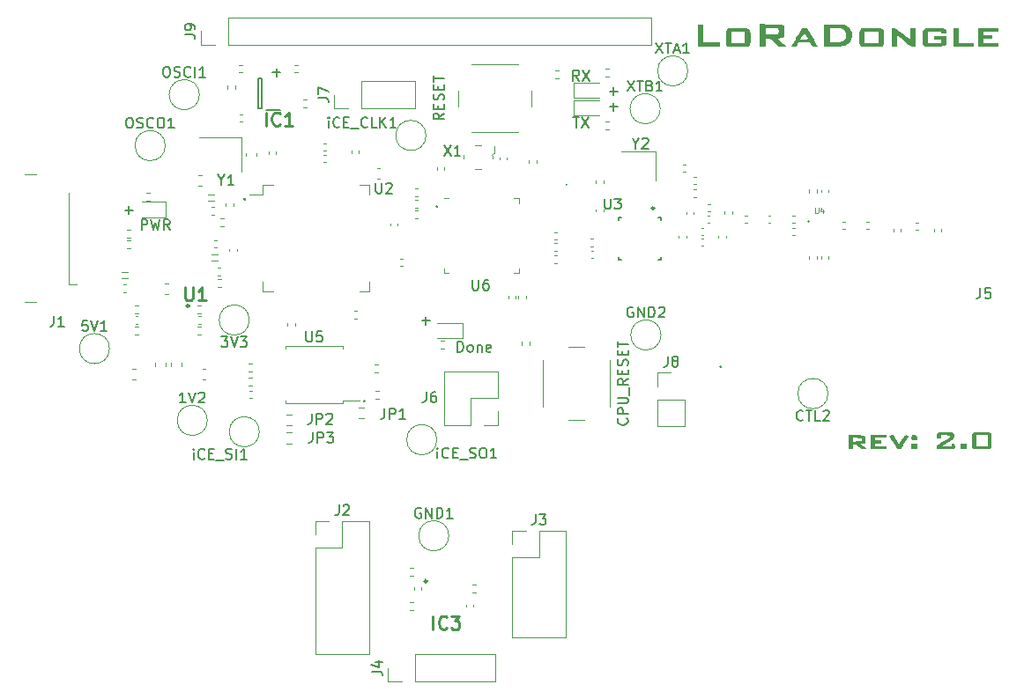
<source format=gto>
G04 #@! TF.GenerationSoftware,KiCad,Pcbnew,6.0.7*
G04 #@! TF.CreationDate,2022-07-31T19:24:19+02:00*
G04 #@! TF.ProjectId,LoRaDongle_iCE40,4c6f5261-446f-46e6-976c-655f69434534,1.0*
G04 #@! TF.SameCoordinates,Original*
G04 #@! TF.FileFunction,Legend,Top*
G04 #@! TF.FilePolarity,Positive*
%FSLAX46Y46*%
G04 Gerber Fmt 4.6, Leading zero omitted, Abs format (unit mm)*
G04 Created by KiCad (PCBNEW 6.0.7) date 2022-07-31 19:24:19*
%MOMM*%
%LPD*%
G01*
G04 APERTURE LIST*
%ADD10C,0.150000*%
%ADD11C,0.124670*%
%ADD12C,0.254000*%
%ADD13C,0.120000*%
%ADD14C,0.100000*%
%ADD15C,0.250000*%
%ADD16C,0.200000*%
G04 APERTURE END LIST*
D10*
X111126666Y-96682380D02*
X111126666Y-95682380D01*
X111507619Y-95682380D01*
X111602857Y-95730000D01*
X111650476Y-95777619D01*
X111698095Y-95872857D01*
X111698095Y-96015714D01*
X111650476Y-96110952D01*
X111602857Y-96158571D01*
X111507619Y-96206190D01*
X111126666Y-96206190D01*
X112031428Y-95682380D02*
X112269523Y-96682380D01*
X112460000Y-95968095D01*
X112650476Y-96682380D01*
X112888571Y-95682380D01*
X113840952Y-96682380D02*
X113507619Y-96206190D01*
X113269523Y-96682380D02*
X113269523Y-95682380D01*
X113650476Y-95682380D01*
X113745714Y-95730000D01*
X113793333Y-95777619D01*
X113840952Y-95872857D01*
X113840952Y-96015714D01*
X113793333Y-96110952D01*
X113745714Y-96158571D01*
X113650476Y-96206190D01*
X113269523Y-96206190D01*
X156104047Y-84841428D02*
X156865952Y-84841428D01*
X156485000Y-85222380D02*
X156485000Y-84460476D01*
X140162380Y-85462380D02*
X139686190Y-85795714D01*
X140162380Y-86033809D02*
X139162380Y-86033809D01*
X139162380Y-85652857D01*
X139210000Y-85557619D01*
X139257619Y-85510000D01*
X139352857Y-85462380D01*
X139495714Y-85462380D01*
X139590952Y-85510000D01*
X139638571Y-85557619D01*
X139686190Y-85652857D01*
X139686190Y-86033809D01*
X139638571Y-85033809D02*
X139638571Y-84700476D01*
X140162380Y-84557619D02*
X140162380Y-85033809D01*
X139162380Y-85033809D01*
X139162380Y-84557619D01*
X140114761Y-84176666D02*
X140162380Y-84033809D01*
X140162380Y-83795714D01*
X140114761Y-83700476D01*
X140067142Y-83652857D01*
X139971904Y-83605238D01*
X139876666Y-83605238D01*
X139781428Y-83652857D01*
X139733809Y-83700476D01*
X139686190Y-83795714D01*
X139638571Y-83986190D01*
X139590952Y-84081428D01*
X139543333Y-84129047D01*
X139448095Y-84176666D01*
X139352857Y-84176666D01*
X139257619Y-84129047D01*
X139210000Y-84081428D01*
X139162380Y-83986190D01*
X139162380Y-83748095D01*
X139210000Y-83605238D01*
X139638571Y-83176666D02*
X139638571Y-82843333D01*
X140162380Y-82700476D02*
X140162380Y-83176666D01*
X139162380Y-83176666D01*
X139162380Y-82700476D01*
X139162380Y-82414761D02*
X139162380Y-81843333D01*
X140162380Y-82129047D02*
X139162380Y-82129047D01*
X157757142Y-114817142D02*
X157804761Y-114864761D01*
X157852380Y-115007619D01*
X157852380Y-115102857D01*
X157804761Y-115245714D01*
X157709523Y-115340952D01*
X157614285Y-115388571D01*
X157423809Y-115436190D01*
X157280952Y-115436190D01*
X157090476Y-115388571D01*
X156995238Y-115340952D01*
X156900000Y-115245714D01*
X156852380Y-115102857D01*
X156852380Y-115007619D01*
X156900000Y-114864761D01*
X156947619Y-114817142D01*
X157852380Y-114388571D02*
X156852380Y-114388571D01*
X156852380Y-114007619D01*
X156900000Y-113912380D01*
X156947619Y-113864761D01*
X157042857Y-113817142D01*
X157185714Y-113817142D01*
X157280952Y-113864761D01*
X157328571Y-113912380D01*
X157376190Y-114007619D01*
X157376190Y-114388571D01*
X156852380Y-113388571D02*
X157661904Y-113388571D01*
X157757142Y-113340952D01*
X157804761Y-113293333D01*
X157852380Y-113198095D01*
X157852380Y-113007619D01*
X157804761Y-112912380D01*
X157757142Y-112864761D01*
X157661904Y-112817142D01*
X156852380Y-112817142D01*
X157947619Y-112579047D02*
X157947619Y-111817142D01*
X157852380Y-111007619D02*
X157376190Y-111340952D01*
X157852380Y-111579047D02*
X156852380Y-111579047D01*
X156852380Y-111198095D01*
X156900000Y-111102857D01*
X156947619Y-111055238D01*
X157042857Y-111007619D01*
X157185714Y-111007619D01*
X157280952Y-111055238D01*
X157328571Y-111102857D01*
X157376190Y-111198095D01*
X157376190Y-111579047D01*
X157328571Y-110579047D02*
X157328571Y-110245714D01*
X157852380Y-110102857D02*
X157852380Y-110579047D01*
X156852380Y-110579047D01*
X156852380Y-110102857D01*
X157804761Y-109721904D02*
X157852380Y-109579047D01*
X157852380Y-109340952D01*
X157804761Y-109245714D01*
X157757142Y-109198095D01*
X157661904Y-109150476D01*
X157566666Y-109150476D01*
X157471428Y-109198095D01*
X157423809Y-109245714D01*
X157376190Y-109340952D01*
X157328571Y-109531428D01*
X157280952Y-109626666D01*
X157233333Y-109674285D01*
X157138095Y-109721904D01*
X157042857Y-109721904D01*
X156947619Y-109674285D01*
X156900000Y-109626666D01*
X156852380Y-109531428D01*
X156852380Y-109293333D01*
X156900000Y-109150476D01*
X157328571Y-108721904D02*
X157328571Y-108388571D01*
X157852380Y-108245714D02*
X157852380Y-108721904D01*
X156852380Y-108721904D01*
X156852380Y-108245714D01*
X156852380Y-107960000D02*
X156852380Y-107388571D01*
X157852380Y-107674285D02*
X156852380Y-107674285D01*
X132520000Y-113077142D02*
X132567619Y-113124761D01*
X132520000Y-113172380D01*
X132472380Y-113124761D01*
X132520000Y-113077142D01*
X132520000Y-113172380D01*
X156104047Y-83341428D02*
X156865952Y-83341428D01*
X156485000Y-83722380D02*
X156485000Y-82960476D01*
X138054047Y-105416428D02*
X138815952Y-105416428D01*
X138435000Y-105797380D02*
X138435000Y-105035476D01*
X139500000Y-94357142D02*
X139547619Y-94404761D01*
X139500000Y-94452380D01*
X139452380Y-94404761D01*
X139500000Y-94357142D01*
X139500000Y-94452380D01*
X121030000Y-93667142D02*
X121077619Y-93714761D01*
X121030000Y-93762380D01*
X120982380Y-93714761D01*
X121030000Y-93667142D01*
X121030000Y-93762380D01*
X109519047Y-94771428D02*
X110280952Y-94771428D01*
X109900000Y-95152380D02*
X109900000Y-94390476D01*
X166750000Y-109757142D02*
X166797619Y-109804761D01*
X166750000Y-109852380D01*
X166702380Y-109804761D01*
X166750000Y-109757142D01*
X166750000Y-109852380D01*
X123719047Y-81521428D02*
X124480952Y-81521428D01*
X124100000Y-81902380D02*
X124100000Y-81140476D01*
X174677619Y-114935142D02*
X174630000Y-114982761D01*
X174487142Y-115030380D01*
X174391904Y-115030380D01*
X174249047Y-114982761D01*
X174153809Y-114887523D01*
X174106190Y-114792285D01*
X174058571Y-114601809D01*
X174058571Y-114458952D01*
X174106190Y-114268476D01*
X174153809Y-114173238D01*
X174249047Y-114078000D01*
X174391904Y-114030380D01*
X174487142Y-114030380D01*
X174630000Y-114078000D01*
X174677619Y-114125619D01*
X174963333Y-114030380D02*
X175534761Y-114030380D01*
X175249047Y-115030380D02*
X175249047Y-114030380D01*
X176344285Y-115030380D02*
X175868095Y-115030380D01*
X175868095Y-114030380D01*
X176630000Y-114125619D02*
X176677619Y-114078000D01*
X176772857Y-114030380D01*
X177010952Y-114030380D01*
X177106190Y-114078000D01*
X177153809Y-114125619D01*
X177201428Y-114220857D01*
X177201428Y-114316095D01*
X177153809Y-114458952D01*
X176582380Y-115030380D01*
X177201428Y-115030380D01*
X139560476Y-118642380D02*
X139560476Y-117975714D01*
X139560476Y-117642380D02*
X139512857Y-117690000D01*
X139560476Y-117737619D01*
X139608095Y-117690000D01*
X139560476Y-117642380D01*
X139560476Y-117737619D01*
X140608095Y-118547142D02*
X140560476Y-118594761D01*
X140417619Y-118642380D01*
X140322380Y-118642380D01*
X140179523Y-118594761D01*
X140084285Y-118499523D01*
X140036666Y-118404285D01*
X139989047Y-118213809D01*
X139989047Y-118070952D01*
X140036666Y-117880476D01*
X140084285Y-117785238D01*
X140179523Y-117690000D01*
X140322380Y-117642380D01*
X140417619Y-117642380D01*
X140560476Y-117690000D01*
X140608095Y-117737619D01*
X141036666Y-118118571D02*
X141370000Y-118118571D01*
X141512857Y-118642380D02*
X141036666Y-118642380D01*
X141036666Y-117642380D01*
X141512857Y-117642380D01*
X141703333Y-118737619D02*
X142465238Y-118737619D01*
X142655714Y-118594761D02*
X142798571Y-118642380D01*
X143036666Y-118642380D01*
X143131904Y-118594761D01*
X143179523Y-118547142D01*
X143227142Y-118451904D01*
X143227142Y-118356666D01*
X143179523Y-118261428D01*
X143131904Y-118213809D01*
X143036666Y-118166190D01*
X142846190Y-118118571D01*
X142750952Y-118070952D01*
X142703333Y-118023333D01*
X142655714Y-117928095D01*
X142655714Y-117832857D01*
X142703333Y-117737619D01*
X142750952Y-117690000D01*
X142846190Y-117642380D01*
X143084285Y-117642380D01*
X143227142Y-117690000D01*
X143846190Y-117642380D02*
X144036666Y-117642380D01*
X144131904Y-117690000D01*
X144227142Y-117785238D01*
X144274761Y-117975714D01*
X144274761Y-118309047D01*
X144227142Y-118499523D01*
X144131904Y-118594761D01*
X144036666Y-118642380D01*
X143846190Y-118642380D01*
X143750952Y-118594761D01*
X143655714Y-118499523D01*
X143608095Y-118309047D01*
X143608095Y-117975714D01*
X143655714Y-117785238D01*
X143750952Y-117690000D01*
X143846190Y-117642380D01*
X145227142Y-118642380D02*
X144655714Y-118642380D01*
X144941428Y-118642380D02*
X144941428Y-117642380D01*
X144846190Y-117785238D01*
X144750952Y-117880476D01*
X144655714Y-117928095D01*
X116136190Y-118732380D02*
X116136190Y-118065714D01*
X116136190Y-117732380D02*
X116088571Y-117780000D01*
X116136190Y-117827619D01*
X116183809Y-117780000D01*
X116136190Y-117732380D01*
X116136190Y-117827619D01*
X117183809Y-118637142D02*
X117136190Y-118684761D01*
X116993333Y-118732380D01*
X116898095Y-118732380D01*
X116755238Y-118684761D01*
X116660000Y-118589523D01*
X116612380Y-118494285D01*
X116564761Y-118303809D01*
X116564761Y-118160952D01*
X116612380Y-117970476D01*
X116660000Y-117875238D01*
X116755238Y-117780000D01*
X116898095Y-117732380D01*
X116993333Y-117732380D01*
X117136190Y-117780000D01*
X117183809Y-117827619D01*
X117612380Y-118208571D02*
X117945714Y-118208571D01*
X118088571Y-118732380D02*
X117612380Y-118732380D01*
X117612380Y-117732380D01*
X118088571Y-117732380D01*
X118279047Y-118827619D02*
X119040952Y-118827619D01*
X119231428Y-118684761D02*
X119374285Y-118732380D01*
X119612380Y-118732380D01*
X119707619Y-118684761D01*
X119755238Y-118637142D01*
X119802857Y-118541904D01*
X119802857Y-118446666D01*
X119755238Y-118351428D01*
X119707619Y-118303809D01*
X119612380Y-118256190D01*
X119421904Y-118208571D01*
X119326666Y-118160952D01*
X119279047Y-118113333D01*
X119231428Y-118018095D01*
X119231428Y-117922857D01*
X119279047Y-117827619D01*
X119326666Y-117780000D01*
X119421904Y-117732380D01*
X119660000Y-117732380D01*
X119802857Y-117780000D01*
X120231428Y-118732380D02*
X120231428Y-117732380D01*
X121231428Y-118732380D02*
X120660000Y-118732380D01*
X120945714Y-118732380D02*
X120945714Y-117732380D01*
X120850476Y-117875238D01*
X120755238Y-117970476D01*
X120660000Y-118018095D01*
X115380952Y-113304380D02*
X114809523Y-113304380D01*
X115095238Y-113304380D02*
X115095238Y-112304380D01*
X115000000Y-112447238D01*
X114904761Y-112542476D01*
X114809523Y-112590095D01*
X115666666Y-112304380D02*
X116000000Y-113304380D01*
X116333333Y-112304380D01*
X116619047Y-112399619D02*
X116666666Y-112352000D01*
X116761904Y-112304380D01*
X117000000Y-112304380D01*
X117095238Y-112352000D01*
X117142857Y-112399619D01*
X117190476Y-112494857D01*
X117190476Y-112590095D01*
X117142857Y-112732952D01*
X116571428Y-113304380D01*
X117190476Y-113304380D01*
X158341904Y-104142000D02*
X158246666Y-104094380D01*
X158103809Y-104094380D01*
X157960952Y-104142000D01*
X157865714Y-104237238D01*
X157818095Y-104332476D01*
X157770476Y-104522952D01*
X157770476Y-104665809D01*
X157818095Y-104856285D01*
X157865714Y-104951523D01*
X157960952Y-105046761D01*
X158103809Y-105094380D01*
X158199047Y-105094380D01*
X158341904Y-105046761D01*
X158389523Y-104999142D01*
X158389523Y-104665809D01*
X158199047Y-104665809D01*
X158818095Y-105094380D02*
X158818095Y-104094380D01*
X159389523Y-105094380D01*
X159389523Y-104094380D01*
X159865714Y-105094380D02*
X159865714Y-104094380D01*
X160103809Y-104094380D01*
X160246666Y-104142000D01*
X160341904Y-104237238D01*
X160389523Y-104332476D01*
X160437142Y-104522952D01*
X160437142Y-104665809D01*
X160389523Y-104856285D01*
X160341904Y-104951523D01*
X160246666Y-105046761D01*
X160103809Y-105094380D01*
X159865714Y-105094380D01*
X160818095Y-104189619D02*
X160865714Y-104142000D01*
X160960952Y-104094380D01*
X161199047Y-104094380D01*
X161294285Y-104142000D01*
X161341904Y-104189619D01*
X161389523Y-104284857D01*
X161389523Y-104380095D01*
X161341904Y-104522952D01*
X160770476Y-105094380D01*
X161389523Y-105094380D01*
X102696666Y-104962380D02*
X102696666Y-105676666D01*
X102649047Y-105819523D01*
X102553809Y-105914761D01*
X102410952Y-105962380D01*
X102315714Y-105962380D01*
X103696666Y-105962380D02*
X103125238Y-105962380D01*
X103410952Y-105962380D02*
X103410952Y-104962380D01*
X103315714Y-105105238D01*
X103220476Y-105200476D01*
X103125238Y-105248095D01*
X118811809Y-91882190D02*
X118811809Y-92358380D01*
X118478476Y-91358380D02*
X118811809Y-91882190D01*
X119145142Y-91358380D01*
X120002285Y-92358380D02*
X119430857Y-92358380D01*
X119716571Y-92358380D02*
X119716571Y-91358380D01*
X119621333Y-91501238D01*
X119526095Y-91596476D01*
X119430857Y-91644095D01*
D11*
X175859034Y-94585369D02*
X175859034Y-94989063D01*
X175882781Y-95036557D01*
X175906528Y-95060304D01*
X175954021Y-95084050D01*
X176049008Y-95084050D01*
X176096501Y-95060304D01*
X176120248Y-95036557D01*
X176143995Y-94989063D01*
X176143995Y-94585369D01*
X176595182Y-94751596D02*
X176595182Y-95084050D01*
X176476449Y-94561623D02*
X176357715Y-94917823D01*
X176666422Y-94917823D01*
D10*
X155610595Y-93672380D02*
X155610595Y-94481904D01*
X155658214Y-94577142D01*
X155705833Y-94624761D01*
X155801071Y-94672380D01*
X155991547Y-94672380D01*
X156086785Y-94624761D01*
X156134404Y-94577142D01*
X156182023Y-94481904D01*
X156182023Y-93672380D01*
X156562976Y-93672380D02*
X157182023Y-93672380D01*
X156848690Y-94053333D01*
X156991547Y-94053333D01*
X157086785Y-94100952D01*
X157134404Y-94148571D01*
X157182023Y-94243809D01*
X157182023Y-94481904D01*
X157134404Y-94577142D01*
X157086785Y-94624761D01*
X156991547Y-94672380D01*
X156705833Y-94672380D01*
X156610595Y-94624761D01*
X156562976Y-94577142D01*
D12*
X123100238Y-86652523D02*
X123100238Y-85382523D01*
X124430714Y-86531571D02*
X124370238Y-86592047D01*
X124188809Y-86652523D01*
X124067857Y-86652523D01*
X123886428Y-86592047D01*
X123765476Y-86471095D01*
X123705000Y-86350142D01*
X123644523Y-86108238D01*
X123644523Y-85926809D01*
X123705000Y-85684904D01*
X123765476Y-85563952D01*
X123886428Y-85443000D01*
X124067857Y-85382523D01*
X124188809Y-85382523D01*
X124370238Y-85443000D01*
X124430714Y-85503476D01*
X125640238Y-86652523D02*
X124914523Y-86652523D01*
X125277380Y-86652523D02*
X125277380Y-85382523D01*
X125156428Y-85563952D01*
X125035476Y-85684904D01*
X124914523Y-85745380D01*
X115302380Y-102204523D02*
X115302380Y-103232619D01*
X115362857Y-103353571D01*
X115423333Y-103414047D01*
X115544285Y-103474523D01*
X115786190Y-103474523D01*
X115907142Y-103414047D01*
X115967619Y-103353571D01*
X116028095Y-103232619D01*
X116028095Y-102204523D01*
X117298095Y-103474523D02*
X116572380Y-103474523D01*
X116935238Y-103474523D02*
X116935238Y-102204523D01*
X116814285Y-102385952D01*
X116693333Y-102506904D01*
X116572380Y-102567380D01*
D10*
X140185476Y-88537380D02*
X140852142Y-89537380D01*
X140852142Y-88537380D02*
X140185476Y-89537380D01*
X141756904Y-89537380D02*
X141185476Y-89537380D01*
X141471190Y-89537380D02*
X141471190Y-88537380D01*
X141375952Y-88680238D01*
X141280714Y-88775476D01*
X141185476Y-88823095D01*
X152573095Y-85832380D02*
X153144523Y-85832380D01*
X152858809Y-86832380D02*
X152858809Y-85832380D01*
X153382619Y-85832380D02*
X154049285Y-86832380D01*
X154049285Y-85832380D02*
X153382619Y-86832380D01*
X153168333Y-82336380D02*
X152835000Y-81860190D01*
X152596904Y-82336380D02*
X152596904Y-81336380D01*
X152977857Y-81336380D01*
X153073095Y-81384000D01*
X153120714Y-81431619D01*
X153168333Y-81526857D01*
X153168333Y-81669714D01*
X153120714Y-81764952D01*
X153073095Y-81812571D01*
X152977857Y-81860190D01*
X152596904Y-81860190D01*
X153501666Y-81336380D02*
X154168333Y-82336380D01*
X154168333Y-81336380D02*
X153501666Y-82336380D01*
X118791904Y-106950380D02*
X119410952Y-106950380D01*
X119077619Y-107331333D01*
X119220476Y-107331333D01*
X119315714Y-107378952D01*
X119363333Y-107426571D01*
X119410952Y-107521809D01*
X119410952Y-107759904D01*
X119363333Y-107855142D01*
X119315714Y-107902761D01*
X119220476Y-107950380D01*
X118934761Y-107950380D01*
X118839523Y-107902761D01*
X118791904Y-107855142D01*
X119696666Y-106950380D02*
X120030000Y-107950380D01*
X120363333Y-106950380D01*
X120601428Y-106950380D02*
X121220476Y-106950380D01*
X120887142Y-107331333D01*
X121030000Y-107331333D01*
X121125238Y-107378952D01*
X121172857Y-107426571D01*
X121220476Y-107521809D01*
X121220476Y-107759904D01*
X121172857Y-107855142D01*
X121125238Y-107902761D01*
X121030000Y-107950380D01*
X120744285Y-107950380D01*
X120649047Y-107902761D01*
X120601428Y-107855142D01*
X158613809Y-88376190D02*
X158613809Y-88852380D01*
X158280476Y-87852380D02*
X158613809Y-88376190D01*
X158947142Y-87852380D01*
X159232857Y-87947619D02*
X159280476Y-87900000D01*
X159375714Y-87852380D01*
X159613809Y-87852380D01*
X159709047Y-87900000D01*
X159756666Y-87947619D01*
X159804285Y-88042857D01*
X159804285Y-88138095D01*
X159756666Y-88280952D01*
X159185238Y-88852380D01*
X159804285Y-88852380D01*
X137961904Y-123452000D02*
X137866666Y-123404380D01*
X137723809Y-123404380D01*
X137580952Y-123452000D01*
X137485714Y-123547238D01*
X137438095Y-123642476D01*
X137390476Y-123832952D01*
X137390476Y-123975809D01*
X137438095Y-124166285D01*
X137485714Y-124261523D01*
X137580952Y-124356761D01*
X137723809Y-124404380D01*
X137819047Y-124404380D01*
X137961904Y-124356761D01*
X138009523Y-124309142D01*
X138009523Y-123975809D01*
X137819047Y-123975809D01*
X138438095Y-124404380D02*
X138438095Y-123404380D01*
X139009523Y-124404380D01*
X139009523Y-123404380D01*
X139485714Y-124404380D02*
X139485714Y-123404380D01*
X139723809Y-123404380D01*
X139866666Y-123452000D01*
X139961904Y-123547238D01*
X140009523Y-123642476D01*
X140057142Y-123832952D01*
X140057142Y-123975809D01*
X140009523Y-124166285D01*
X139961904Y-124261523D01*
X139866666Y-124356761D01*
X139723809Y-124404380D01*
X139485714Y-124404380D01*
X141009523Y-124404380D02*
X140438095Y-124404380D01*
X140723809Y-124404380D02*
X140723809Y-123404380D01*
X140628571Y-123547238D01*
X140533333Y-123642476D01*
X140438095Y-123690095D01*
X141487261Y-108419880D02*
X141487261Y-107419880D01*
X141725357Y-107419880D01*
X141868214Y-107467500D01*
X141963452Y-107562738D01*
X142011071Y-107657976D01*
X142058690Y-107848452D01*
X142058690Y-107991309D01*
X142011071Y-108181785D01*
X141963452Y-108277023D01*
X141868214Y-108372261D01*
X141725357Y-108419880D01*
X141487261Y-108419880D01*
X142630119Y-108419880D02*
X142534880Y-108372261D01*
X142487261Y-108324642D01*
X142439642Y-108229404D01*
X142439642Y-107943690D01*
X142487261Y-107848452D01*
X142534880Y-107800833D01*
X142630119Y-107753214D01*
X142772976Y-107753214D01*
X142868214Y-107800833D01*
X142915833Y-107848452D01*
X142963452Y-107943690D01*
X142963452Y-108229404D01*
X142915833Y-108324642D01*
X142868214Y-108372261D01*
X142772976Y-108419880D01*
X142630119Y-108419880D01*
X143392023Y-107753214D02*
X143392023Y-108419880D01*
X143392023Y-107848452D02*
X143439642Y-107800833D01*
X143534880Y-107753214D01*
X143677738Y-107753214D01*
X143772976Y-107800833D01*
X143820595Y-107896071D01*
X143820595Y-108419880D01*
X144677738Y-108372261D02*
X144582500Y-108419880D01*
X144392023Y-108419880D01*
X144296785Y-108372261D01*
X144249166Y-108277023D01*
X144249166Y-107896071D01*
X144296785Y-107800833D01*
X144392023Y-107753214D01*
X144582500Y-107753214D01*
X144677738Y-107800833D01*
X144725357Y-107896071D01*
X144725357Y-107991309D01*
X144249166Y-108086547D01*
X109878571Y-85884380D02*
X110069047Y-85884380D01*
X110164285Y-85932000D01*
X110259523Y-86027238D01*
X110307142Y-86217714D01*
X110307142Y-86551047D01*
X110259523Y-86741523D01*
X110164285Y-86836761D01*
X110069047Y-86884380D01*
X109878571Y-86884380D01*
X109783333Y-86836761D01*
X109688095Y-86741523D01*
X109640476Y-86551047D01*
X109640476Y-86217714D01*
X109688095Y-86027238D01*
X109783333Y-85932000D01*
X109878571Y-85884380D01*
X110688095Y-86836761D02*
X110830952Y-86884380D01*
X111069047Y-86884380D01*
X111164285Y-86836761D01*
X111211904Y-86789142D01*
X111259523Y-86693904D01*
X111259523Y-86598666D01*
X111211904Y-86503428D01*
X111164285Y-86455809D01*
X111069047Y-86408190D01*
X110878571Y-86360571D01*
X110783333Y-86312952D01*
X110735714Y-86265333D01*
X110688095Y-86170095D01*
X110688095Y-86074857D01*
X110735714Y-85979619D01*
X110783333Y-85932000D01*
X110878571Y-85884380D01*
X111116666Y-85884380D01*
X111259523Y-85932000D01*
X112259523Y-86789142D02*
X112211904Y-86836761D01*
X112069047Y-86884380D01*
X111973809Y-86884380D01*
X111830952Y-86836761D01*
X111735714Y-86741523D01*
X111688095Y-86646285D01*
X111640476Y-86455809D01*
X111640476Y-86312952D01*
X111688095Y-86122476D01*
X111735714Y-86027238D01*
X111830952Y-85932000D01*
X111973809Y-85884380D01*
X112069047Y-85884380D01*
X112211904Y-85932000D01*
X112259523Y-85979619D01*
X112878571Y-85884380D02*
X113069047Y-85884380D01*
X113164285Y-85932000D01*
X113259523Y-86027238D01*
X113307142Y-86217714D01*
X113307142Y-86551047D01*
X113259523Y-86741523D01*
X113164285Y-86836761D01*
X113069047Y-86884380D01*
X112878571Y-86884380D01*
X112783333Y-86836761D01*
X112688095Y-86741523D01*
X112640476Y-86551047D01*
X112640476Y-86217714D01*
X112688095Y-86027238D01*
X112783333Y-85932000D01*
X112878571Y-85884380D01*
X114259523Y-86884380D02*
X113688095Y-86884380D01*
X113973809Y-86884380D02*
X113973809Y-85884380D01*
X113878571Y-86027238D01*
X113783333Y-86122476D01*
X113688095Y-86170095D01*
D12*
X139130238Y-135084523D02*
X139130238Y-133814523D01*
X140460714Y-134963571D02*
X140400238Y-135024047D01*
X140218809Y-135084523D01*
X140097857Y-135084523D01*
X139916428Y-135024047D01*
X139795476Y-134903095D01*
X139735000Y-134782142D01*
X139674523Y-134540238D01*
X139674523Y-134358809D01*
X139735000Y-134116904D01*
X139795476Y-133995952D01*
X139916428Y-133875000D01*
X140097857Y-133814523D01*
X140218809Y-133814523D01*
X140400238Y-133875000D01*
X140460714Y-133935476D01*
X140884047Y-133814523D02*
X141670238Y-133814523D01*
X141246904Y-134298333D01*
X141428333Y-134298333D01*
X141549285Y-134358809D01*
X141609761Y-134419285D01*
X141670238Y-134540238D01*
X141670238Y-134842619D01*
X141609761Y-134963571D01*
X141549285Y-135024047D01*
X141428333Y-135084523D01*
X141065476Y-135084523D01*
X140944523Y-135024047D01*
X140884047Y-134963571D01*
D10*
X161666666Y-108847380D02*
X161666666Y-109561666D01*
X161619047Y-109704523D01*
X161523809Y-109799761D01*
X161380952Y-109847380D01*
X161285714Y-109847380D01*
X162285714Y-109275952D02*
X162190476Y-109228333D01*
X162142857Y-109180714D01*
X162095238Y-109085476D01*
X162095238Y-109037857D01*
X162142857Y-108942619D01*
X162190476Y-108895000D01*
X162285714Y-108847380D01*
X162476190Y-108847380D01*
X162571428Y-108895000D01*
X162619047Y-108942619D01*
X162666666Y-109037857D01*
X162666666Y-109085476D01*
X162619047Y-109180714D01*
X162571428Y-109228333D01*
X162476190Y-109275952D01*
X162285714Y-109275952D01*
X162190476Y-109323571D01*
X162142857Y-109371190D01*
X162095238Y-109466428D01*
X162095238Y-109656904D01*
X162142857Y-109752142D01*
X162190476Y-109799761D01*
X162285714Y-109847380D01*
X162476190Y-109847380D01*
X162571428Y-109799761D01*
X162619047Y-109752142D01*
X162666666Y-109656904D01*
X162666666Y-109466428D01*
X162619047Y-109371190D01*
X162571428Y-109323571D01*
X162476190Y-109275952D01*
X128110380Y-84011333D02*
X128824666Y-84011333D01*
X128967523Y-84058952D01*
X129062761Y-84154190D01*
X129110380Y-84297047D01*
X129110380Y-84392285D01*
X128110380Y-83630380D02*
X128110380Y-82963714D01*
X129110380Y-83392285D01*
X133628095Y-92162380D02*
X133628095Y-92971904D01*
X133675714Y-93067142D01*
X133723333Y-93114761D01*
X133818571Y-93162380D01*
X134009047Y-93162380D01*
X134104285Y-93114761D01*
X134151904Y-93067142D01*
X134199523Y-92971904D01*
X134199523Y-92162380D01*
X134628095Y-92257619D02*
X134675714Y-92210000D01*
X134770952Y-92162380D01*
X135009047Y-92162380D01*
X135104285Y-92210000D01*
X135151904Y-92257619D01*
X135199523Y-92352857D01*
X135199523Y-92448095D01*
X135151904Y-92590952D01*
X134580476Y-93162380D01*
X135199523Y-93162380D01*
X157819523Y-82334380D02*
X158486190Y-83334380D01*
X158486190Y-82334380D02*
X157819523Y-83334380D01*
X158724285Y-82334380D02*
X159295714Y-82334380D01*
X159010000Y-83334380D02*
X159010000Y-82334380D01*
X159962380Y-82810571D02*
X160105238Y-82858190D01*
X160152857Y-82905809D01*
X160200476Y-83001047D01*
X160200476Y-83143904D01*
X160152857Y-83239142D01*
X160105238Y-83286761D01*
X160010000Y-83334380D01*
X159629047Y-83334380D01*
X159629047Y-82334380D01*
X159962380Y-82334380D01*
X160057619Y-82382000D01*
X160105238Y-82429619D01*
X160152857Y-82524857D01*
X160152857Y-82620095D01*
X160105238Y-82715333D01*
X160057619Y-82762952D01*
X159962380Y-82810571D01*
X159629047Y-82810571D01*
X161152857Y-83334380D02*
X160581428Y-83334380D01*
X160867142Y-83334380D02*
X160867142Y-82334380D01*
X160771904Y-82477238D01*
X160676666Y-82572476D01*
X160581428Y-82620095D01*
X160540952Y-78694380D02*
X161207619Y-79694380D01*
X161207619Y-78694380D02*
X160540952Y-79694380D01*
X161445714Y-78694380D02*
X162017142Y-78694380D01*
X161731428Y-79694380D02*
X161731428Y-78694380D01*
X162302857Y-79408666D02*
X162779047Y-79408666D01*
X162207619Y-79694380D02*
X162540952Y-78694380D01*
X162874285Y-79694380D01*
X163731428Y-79694380D02*
X163160000Y-79694380D01*
X163445714Y-79694380D02*
X163445714Y-78694380D01*
X163350476Y-78837238D01*
X163255238Y-78932476D01*
X163160000Y-78980095D01*
X127466666Y-114352380D02*
X127466666Y-115066666D01*
X127419047Y-115209523D01*
X127323809Y-115304761D01*
X127180952Y-115352380D01*
X127085714Y-115352380D01*
X127942857Y-115352380D02*
X127942857Y-114352380D01*
X128323809Y-114352380D01*
X128419047Y-114400000D01*
X128466666Y-114447619D01*
X128514285Y-114542857D01*
X128514285Y-114685714D01*
X128466666Y-114780952D01*
X128419047Y-114828571D01*
X128323809Y-114876190D01*
X127942857Y-114876190D01*
X128895238Y-114447619D02*
X128942857Y-114400000D01*
X129038095Y-114352380D01*
X129276190Y-114352380D01*
X129371428Y-114400000D01*
X129419047Y-114447619D01*
X129466666Y-114542857D01*
X129466666Y-114638095D01*
X129419047Y-114780952D01*
X128847619Y-115352380D01*
X129466666Y-115352380D01*
X127566666Y-116152380D02*
X127566666Y-116866666D01*
X127519047Y-117009523D01*
X127423809Y-117104761D01*
X127280952Y-117152380D01*
X127185714Y-117152380D01*
X128042857Y-117152380D02*
X128042857Y-116152380D01*
X128423809Y-116152380D01*
X128519047Y-116200000D01*
X128566666Y-116247619D01*
X128614285Y-116342857D01*
X128614285Y-116485714D01*
X128566666Y-116580952D01*
X128519047Y-116628571D01*
X128423809Y-116676190D01*
X128042857Y-116676190D01*
X128947619Y-116152380D02*
X129566666Y-116152380D01*
X129233333Y-116533333D01*
X129376190Y-116533333D01*
X129471428Y-116580952D01*
X129519047Y-116628571D01*
X129566666Y-116723809D01*
X129566666Y-116961904D01*
X129519047Y-117057142D01*
X129471428Y-117104761D01*
X129376190Y-117152380D01*
X129090476Y-117152380D01*
X128995238Y-117104761D01*
X128947619Y-117057142D01*
X138476666Y-112272380D02*
X138476666Y-112986666D01*
X138429047Y-113129523D01*
X138333809Y-113224761D01*
X138190952Y-113272380D01*
X138095714Y-113272380D01*
X139381428Y-112272380D02*
X139190952Y-112272380D01*
X139095714Y-112320000D01*
X139048095Y-112367619D01*
X138952857Y-112510476D01*
X138905238Y-112700952D01*
X138905238Y-113081904D01*
X138952857Y-113177142D01*
X139000476Y-113224761D01*
X139095714Y-113272380D01*
X139286190Y-113272380D01*
X139381428Y-113224761D01*
X139429047Y-113177142D01*
X139476666Y-113081904D01*
X139476666Y-112843809D01*
X139429047Y-112748571D01*
X139381428Y-112700952D01*
X139286190Y-112653333D01*
X139095714Y-112653333D01*
X139000476Y-112700952D01*
X138952857Y-112748571D01*
X138905238Y-112843809D01*
X129105714Y-86842380D02*
X129105714Y-86175714D01*
X129105714Y-85842380D02*
X129058095Y-85890000D01*
X129105714Y-85937619D01*
X129153333Y-85890000D01*
X129105714Y-85842380D01*
X129105714Y-85937619D01*
X130153333Y-86747142D02*
X130105714Y-86794761D01*
X129962857Y-86842380D01*
X129867619Y-86842380D01*
X129724761Y-86794761D01*
X129629523Y-86699523D01*
X129581904Y-86604285D01*
X129534285Y-86413809D01*
X129534285Y-86270952D01*
X129581904Y-86080476D01*
X129629523Y-85985238D01*
X129724761Y-85890000D01*
X129867619Y-85842380D01*
X129962857Y-85842380D01*
X130105714Y-85890000D01*
X130153333Y-85937619D01*
X130581904Y-86318571D02*
X130915238Y-86318571D01*
X131058095Y-86842380D02*
X130581904Y-86842380D01*
X130581904Y-85842380D01*
X131058095Y-85842380D01*
X131248571Y-86937619D02*
X132010476Y-86937619D01*
X132820000Y-86747142D02*
X132772380Y-86794761D01*
X132629523Y-86842380D01*
X132534285Y-86842380D01*
X132391428Y-86794761D01*
X132296190Y-86699523D01*
X132248571Y-86604285D01*
X132200952Y-86413809D01*
X132200952Y-86270952D01*
X132248571Y-86080476D01*
X132296190Y-85985238D01*
X132391428Y-85890000D01*
X132534285Y-85842380D01*
X132629523Y-85842380D01*
X132772380Y-85890000D01*
X132820000Y-85937619D01*
X133724761Y-86842380D02*
X133248571Y-86842380D01*
X133248571Y-85842380D01*
X134058095Y-86842380D02*
X134058095Y-85842380D01*
X134629523Y-86842380D02*
X134200952Y-86270952D01*
X134629523Y-85842380D02*
X134058095Y-86413809D01*
X135581904Y-86842380D02*
X135010476Y-86842380D01*
X135296190Y-86842380D02*
X135296190Y-85842380D01*
X135200952Y-85985238D01*
X135105714Y-86080476D01*
X135010476Y-86128095D01*
X126948095Y-106442380D02*
X126948095Y-107251904D01*
X126995714Y-107347142D01*
X127043333Y-107394761D01*
X127138571Y-107442380D01*
X127329047Y-107442380D01*
X127424285Y-107394761D01*
X127471904Y-107347142D01*
X127519523Y-107251904D01*
X127519523Y-106442380D01*
X128471904Y-106442380D02*
X127995714Y-106442380D01*
X127948095Y-106918571D01*
X127995714Y-106870952D01*
X128090952Y-106823333D01*
X128329047Y-106823333D01*
X128424285Y-106870952D01*
X128471904Y-106918571D01*
X128519523Y-107013809D01*
X128519523Y-107251904D01*
X128471904Y-107347142D01*
X128424285Y-107394761D01*
X128329047Y-107442380D01*
X128090952Y-107442380D01*
X127995714Y-107394761D01*
X127948095Y-107347142D01*
X142928095Y-101482380D02*
X142928095Y-102291904D01*
X142975714Y-102387142D01*
X143023333Y-102434761D01*
X143118571Y-102482380D01*
X143309047Y-102482380D01*
X143404285Y-102434761D01*
X143451904Y-102387142D01*
X143499523Y-102291904D01*
X143499523Y-101482380D01*
X144404285Y-101482380D02*
X144213809Y-101482380D01*
X144118571Y-101530000D01*
X144070952Y-101577619D01*
X143975714Y-101720476D01*
X143928095Y-101910952D01*
X143928095Y-102291904D01*
X143975714Y-102387142D01*
X144023333Y-102434761D01*
X144118571Y-102482380D01*
X144309047Y-102482380D01*
X144404285Y-102434761D01*
X144451904Y-102387142D01*
X144499523Y-102291904D01*
X144499523Y-102053809D01*
X144451904Y-101958571D01*
X144404285Y-101910952D01*
X144309047Y-101863333D01*
X144118571Y-101863333D01*
X144023333Y-101910952D01*
X143975714Y-101958571D01*
X143928095Y-102053809D01*
X130086666Y-123122380D02*
X130086666Y-123836666D01*
X130039047Y-123979523D01*
X129943809Y-124074761D01*
X129800952Y-124122380D01*
X129705714Y-124122380D01*
X130515238Y-123217619D02*
X130562857Y-123170000D01*
X130658095Y-123122380D01*
X130896190Y-123122380D01*
X130991428Y-123170000D01*
X131039047Y-123217619D01*
X131086666Y-123312857D01*
X131086666Y-123408095D01*
X131039047Y-123550952D01*
X130467619Y-124122380D01*
X131086666Y-124122380D01*
X113444285Y-80984380D02*
X113634761Y-80984380D01*
X113730000Y-81032000D01*
X113825238Y-81127238D01*
X113872857Y-81317714D01*
X113872857Y-81651047D01*
X113825238Y-81841523D01*
X113730000Y-81936761D01*
X113634761Y-81984380D01*
X113444285Y-81984380D01*
X113349047Y-81936761D01*
X113253809Y-81841523D01*
X113206190Y-81651047D01*
X113206190Y-81317714D01*
X113253809Y-81127238D01*
X113349047Y-81032000D01*
X113444285Y-80984380D01*
X114253809Y-81936761D02*
X114396666Y-81984380D01*
X114634761Y-81984380D01*
X114730000Y-81936761D01*
X114777619Y-81889142D01*
X114825238Y-81793904D01*
X114825238Y-81698666D01*
X114777619Y-81603428D01*
X114730000Y-81555809D01*
X114634761Y-81508190D01*
X114444285Y-81460571D01*
X114349047Y-81412952D01*
X114301428Y-81365333D01*
X114253809Y-81270095D01*
X114253809Y-81174857D01*
X114301428Y-81079619D01*
X114349047Y-81032000D01*
X114444285Y-80984380D01*
X114682380Y-80984380D01*
X114825238Y-81032000D01*
X115825238Y-81889142D02*
X115777619Y-81936761D01*
X115634761Y-81984380D01*
X115539523Y-81984380D01*
X115396666Y-81936761D01*
X115301428Y-81841523D01*
X115253809Y-81746285D01*
X115206190Y-81555809D01*
X115206190Y-81412952D01*
X115253809Y-81222476D01*
X115301428Y-81127238D01*
X115396666Y-81032000D01*
X115539523Y-80984380D01*
X115634761Y-80984380D01*
X115777619Y-81032000D01*
X115825238Y-81079619D01*
X116253809Y-81984380D02*
X116253809Y-80984380D01*
X117253809Y-81984380D02*
X116682380Y-81984380D01*
X116968095Y-81984380D02*
X116968095Y-80984380D01*
X116872857Y-81127238D01*
X116777619Y-81222476D01*
X116682380Y-81270095D01*
X148974166Y-124042380D02*
X148974166Y-124756666D01*
X148926547Y-124899523D01*
X148831309Y-124994761D01*
X148688452Y-125042380D01*
X148593214Y-125042380D01*
X149355119Y-124042380D02*
X149974166Y-124042380D01*
X149640833Y-124423333D01*
X149783690Y-124423333D01*
X149878928Y-124470952D01*
X149926547Y-124518571D01*
X149974166Y-124613809D01*
X149974166Y-124851904D01*
X149926547Y-124947142D01*
X149878928Y-124994761D01*
X149783690Y-125042380D01*
X149497976Y-125042380D01*
X149402738Y-124994761D01*
X149355119Y-124947142D01*
X105933333Y-105404380D02*
X105457142Y-105404380D01*
X105409523Y-105880571D01*
X105457142Y-105832952D01*
X105552380Y-105785333D01*
X105790476Y-105785333D01*
X105885714Y-105832952D01*
X105933333Y-105880571D01*
X105980952Y-105975809D01*
X105980952Y-106213904D01*
X105933333Y-106309142D01*
X105885714Y-106356761D01*
X105790476Y-106404380D01*
X105552380Y-106404380D01*
X105457142Y-106356761D01*
X105409523Y-106309142D01*
X106266666Y-105404380D02*
X106600000Y-106404380D01*
X106933333Y-105404380D01*
X107790476Y-106404380D02*
X107219047Y-106404380D01*
X107504761Y-106404380D02*
X107504761Y-105404380D01*
X107409523Y-105547238D01*
X107314285Y-105642476D01*
X107219047Y-105690095D01*
X134466666Y-113852380D02*
X134466666Y-114566666D01*
X134419047Y-114709523D01*
X134323809Y-114804761D01*
X134180952Y-114852380D01*
X134085714Y-114852380D01*
X134942857Y-114852380D02*
X134942857Y-113852380D01*
X135323809Y-113852380D01*
X135419047Y-113900000D01*
X135466666Y-113947619D01*
X135514285Y-114042857D01*
X135514285Y-114185714D01*
X135466666Y-114280952D01*
X135419047Y-114328571D01*
X135323809Y-114376190D01*
X134942857Y-114376190D01*
X136466666Y-114852380D02*
X135895238Y-114852380D01*
X136180952Y-114852380D02*
X136180952Y-113852380D01*
X136085714Y-113995238D01*
X135990476Y-114090476D01*
X135895238Y-114138095D01*
X133254880Y-139143333D02*
X133969166Y-139143333D01*
X134112023Y-139190952D01*
X134207261Y-139286190D01*
X134254880Y-139429047D01*
X134254880Y-139524285D01*
X133588214Y-138238571D02*
X134254880Y-138238571D01*
X133207261Y-138476666D02*
X133921547Y-138714761D01*
X133921547Y-138095714D01*
X191716666Y-102272380D02*
X191716666Y-102986666D01*
X191669047Y-103129523D01*
X191573809Y-103224761D01*
X191430952Y-103272380D01*
X191335714Y-103272380D01*
X192669047Y-102272380D02*
X192192857Y-102272380D01*
X192145238Y-102748571D01*
X192192857Y-102700952D01*
X192288095Y-102653333D01*
X192526190Y-102653333D01*
X192621428Y-102700952D01*
X192669047Y-102748571D01*
X192716666Y-102843809D01*
X192716666Y-103081904D01*
X192669047Y-103177142D01*
X192621428Y-103224761D01*
X192526190Y-103272380D01*
X192288095Y-103272380D01*
X192192857Y-103224761D01*
X192145238Y-103177142D01*
X115267380Y-77903333D02*
X115981666Y-77903333D01*
X116124523Y-77950952D01*
X116219761Y-78046190D01*
X116267380Y-78189047D01*
X116267380Y-78284285D01*
X116267380Y-77379523D02*
X116267380Y-77189047D01*
X116219761Y-77093809D01*
X116172142Y-77046190D01*
X116029285Y-76950952D01*
X115838809Y-76903333D01*
X115457857Y-76903333D01*
X115362619Y-76950952D01*
X115315000Y-76998571D01*
X115267380Y-77093809D01*
X115267380Y-77284285D01*
X115315000Y-77379523D01*
X115362619Y-77427142D01*
X115457857Y-77474761D01*
X115695952Y-77474761D01*
X115791190Y-77427142D01*
X115838809Y-77379523D01*
X115886428Y-77284285D01*
X115886428Y-77093809D01*
X115838809Y-76998571D01*
X115791190Y-76950952D01*
X115695952Y-76903333D01*
D13*
X150872379Y-82130000D02*
X151207621Y-82130000D01*
X150872379Y-81370000D02*
X151207621Y-81370000D01*
X177080000Y-112430000D02*
G75*
G03*
X177080000Y-112430000I-1450000J0D01*
G01*
X139500000Y-116860000D02*
G75*
G03*
X139500000Y-116860000I-1450000J0D01*
G01*
X122450000Y-116100000D02*
G75*
G03*
X122450000Y-116100000I-1450000J0D01*
G01*
X117450000Y-115000000D02*
G75*
G03*
X117450000Y-115000000I-1450000J0D01*
G01*
X161030000Y-106790000D02*
G75*
G03*
X161030000Y-106790000I-1450000J0D01*
G01*
X113407500Y-94005000D02*
X111122500Y-94005000D01*
X111122500Y-95475000D02*
X113407500Y-95475000D01*
X113407500Y-95475000D02*
X113407500Y-94005000D01*
X131823335Y-105200000D02*
X131591665Y-105200000D01*
X131823335Y-104480000D02*
X131591665Y-104480000D01*
X131290000Y-89295835D02*
X131290000Y-89064165D01*
X132010000Y-89295835D02*
X132010000Y-89064165D01*
X118787621Y-101450000D02*
X118452379Y-101450000D01*
X118787621Y-102210000D02*
X118452379Y-102210000D01*
X111920121Y-93840000D02*
X111584879Y-93840000D01*
X111920121Y-93080000D02*
X111584879Y-93080000D01*
X110017621Y-97680000D02*
X109682379Y-97680000D01*
X110017621Y-98440000D02*
X109682379Y-98440000D01*
X110027621Y-97410000D02*
X109692379Y-97410000D01*
X110027621Y-96650000D02*
X109692379Y-96650000D01*
X117480000Y-93910000D02*
X118080000Y-93910000D01*
X117480000Y-93310000D02*
X118080000Y-93310000D01*
X120267500Y-98733335D02*
X120267500Y-98501665D01*
X119547500Y-98733335D02*
X119547500Y-98501665D01*
X142820000Y-87290000D02*
X147320000Y-87290000D01*
X147320000Y-80790000D02*
X142820000Y-80790000D01*
X141570000Y-83290000D02*
X141570000Y-84790000D01*
X148570000Y-84790000D02*
X148570000Y-83290000D01*
X121767621Y-109540000D02*
X121432379Y-109540000D01*
X121767621Y-110300000D02*
X121432379Y-110300000D01*
X121432379Y-111620000D02*
X121767621Y-111620000D01*
X121432379Y-110860000D02*
X121767621Y-110860000D01*
X133562379Y-112130000D02*
X133897621Y-112130000D01*
X133562379Y-112890000D02*
X133897621Y-112890000D01*
X133817621Y-109590000D02*
X133482379Y-109590000D01*
X133817621Y-110350000D02*
X133482379Y-110350000D01*
X139862379Y-107350000D02*
X140197621Y-107350000D01*
X139862379Y-108110000D02*
X140197621Y-108110000D01*
X135030000Y-96044165D02*
X135030000Y-96275835D01*
X135750000Y-96044165D02*
X135750000Y-96275835D01*
X121484165Y-112140000D02*
X121715835Y-112140000D01*
X121484165Y-112860000D02*
X121715835Y-112860000D01*
X128845835Y-90160000D02*
X128614165Y-90160000D01*
X128845835Y-89440000D02*
X128614165Y-89440000D01*
X109218000Y-100756000D02*
X109818000Y-100756000D01*
X109218000Y-101356000D02*
X109818000Y-101356000D01*
X109384165Y-101940000D02*
X109615835Y-101940000D01*
X109384165Y-102660000D02*
X109615835Y-102660000D01*
X119067621Y-96350000D02*
X118732379Y-96350000D01*
X119067621Y-95590000D02*
X118732379Y-95590000D01*
X100980000Y-103655000D02*
X99930000Y-103655000D01*
X104150000Y-101910000D02*
X104150000Y-93110000D01*
X104150000Y-101910000D02*
X104905000Y-101910000D01*
X100980000Y-91365000D02*
X99930000Y-91365000D01*
X122158000Y-89299733D02*
X122158000Y-89592267D01*
X121138000Y-89299733D02*
X121138000Y-89592267D01*
X116894267Y-91436000D02*
X116601733Y-91436000D01*
X116894267Y-92456000D02*
X116601733Y-92456000D01*
X120700000Y-91070000D02*
X120700000Y-87770000D01*
X120700000Y-87770000D02*
X116700000Y-87770000D01*
X155500000Y-92150200D02*
X155500000Y-91949800D01*
X154780000Y-92150200D02*
X154780000Y-91949800D01*
X164170000Y-94954800D02*
X164170000Y-95155200D01*
X163450000Y-94954800D02*
X163450000Y-95155200D01*
X154314165Y-99420000D02*
X154545835Y-99420000D01*
X154314165Y-98700000D02*
X154545835Y-98700000D01*
X185509800Y-96700000D02*
X185710200Y-96700000D01*
X185509800Y-95980000D02*
X185710200Y-95980000D01*
X164194165Y-92300000D02*
X164425835Y-92300000D01*
X164194165Y-91580000D02*
X164425835Y-91580000D01*
X169295835Y-95280000D02*
X169064165Y-95280000D01*
X169295835Y-96000000D02*
X169064165Y-96000000D01*
X171365800Y-95280000D02*
X171566200Y-95280000D01*
X171365800Y-96000000D02*
X171566200Y-96000000D01*
D14*
X175287000Y-95850000D02*
G75*
G03*
X175287000Y-95850000I-70000J0D01*
G01*
D10*
X161059999Y-99315000D02*
X161059999Y-99590000D01*
X156960000Y-99315000D02*
X156960000Y-99590000D01*
X156960000Y-99590000D02*
X157235000Y-99590000D01*
X160785000Y-95490001D02*
X161059999Y-95490001D01*
X156960000Y-95490001D02*
X157235000Y-95490001D01*
X156960000Y-95490001D02*
X156960000Y-95765000D01*
X160785000Y-99590000D02*
X161059999Y-99590000D01*
X161059999Y-95490001D02*
X161059999Y-95765000D01*
D15*
X160385000Y-94590001D02*
G75*
G03*
X160385000Y-94590001I-125000J0D01*
G01*
D16*
X151950000Y-92317500D02*
G75*
G03*
X151950000Y-92317500I-50000J0D01*
G01*
D13*
X164894165Y-98200000D02*
X165125835Y-98200000D01*
X164894165Y-97480000D02*
X165125835Y-97480000D01*
X162750000Y-97239800D02*
X162750000Y-97440200D01*
X163470000Y-97239800D02*
X163470000Y-97440200D01*
X155500000Y-94915835D02*
X155500000Y-94684165D01*
X154780000Y-94915835D02*
X154780000Y-94684165D01*
X176420000Y-92824165D02*
X176420000Y-93055835D01*
X177140000Y-92824165D02*
X177140000Y-93055835D01*
X187970000Y-96855835D02*
X187970000Y-96624165D01*
X187250000Y-96855835D02*
X187250000Y-96624165D01*
X165739835Y-94180000D02*
X165508165Y-94180000D01*
X165739835Y-94900000D02*
X165508165Y-94900000D01*
X176420000Y-99214165D02*
X176420000Y-99445835D01*
X177140000Y-99214165D02*
X177140000Y-99445835D01*
X178462165Y-95880000D02*
X178693835Y-95880000D01*
X178462165Y-96600000D02*
X178693835Y-96600000D01*
X164894165Y-96480000D02*
X165125835Y-96480000D01*
X164894165Y-97200000D02*
X165125835Y-97200000D01*
X165523800Y-96000000D02*
X165724200Y-96000000D01*
X165523800Y-95280000D02*
X165724200Y-95280000D01*
X173636165Y-96480000D02*
X173867835Y-96480000D01*
X173636165Y-97200000D02*
X173867835Y-97200000D01*
X163174165Y-90380000D02*
X163405835Y-90380000D01*
X163174165Y-91100000D02*
X163405835Y-91100000D01*
X154294165Y-97550000D02*
X154525835Y-97550000D01*
X154294165Y-98270000D02*
X154525835Y-98270000D01*
X166550000Y-97224165D02*
X166550000Y-97455835D01*
X167270000Y-97224165D02*
X167270000Y-97455835D01*
X164194165Y-93500000D02*
X164425835Y-93500000D01*
X164194165Y-92780000D02*
X164425835Y-92780000D01*
X167140000Y-95135835D02*
X167140000Y-94904165D01*
X167860000Y-95135835D02*
X167860000Y-94904165D01*
X180979835Y-95876000D02*
X180748165Y-95876000D01*
X180979835Y-96596000D02*
X180748165Y-96596000D01*
X173636165Y-96000000D02*
X173867835Y-96000000D01*
X173636165Y-95280000D02*
X173867835Y-95280000D01*
X183350000Y-96855835D02*
X183350000Y-96624165D01*
X184070000Y-96855835D02*
X184070000Y-96624165D01*
X175238000Y-99507621D02*
X175238000Y-99172379D01*
X175998000Y-99507621D02*
X175998000Y-99172379D01*
X175238000Y-93107621D02*
X175238000Y-92772379D01*
X175998000Y-93107621D02*
X175998000Y-92772379D01*
X116509379Y-104702000D02*
X116844621Y-104702000D01*
X116509379Y-103942000D02*
X116844621Y-103942000D01*
X116834621Y-105982000D02*
X116499379Y-105982000D01*
X116834621Y-106742000D02*
X116499379Y-106742000D01*
X114960000Y-109451733D02*
X114960000Y-109794267D01*
X113940000Y-109451733D02*
X113940000Y-109794267D01*
X113440000Y-109804267D02*
X113440000Y-109461733D01*
X112420000Y-109804267D02*
X112420000Y-109461733D01*
X113398233Y-101797000D02*
X113690767Y-101797000D01*
X113398233Y-102817000D02*
X113690767Y-102817000D01*
X116571165Y-104972000D02*
X116802835Y-104972000D01*
X116571165Y-105692000D02*
X116802835Y-105692000D01*
X117276267Y-111053000D02*
X116983733Y-111053000D01*
X117276267Y-110033000D02*
X116983733Y-110033000D01*
X128845835Y-88340000D02*
X128614165Y-88340000D01*
X128845835Y-89060000D02*
X128614165Y-89060000D01*
X118075835Y-95200000D02*
X117844165Y-95200000D01*
X118075835Y-94480000D02*
X117844165Y-94480000D01*
X125170000Y-105905835D02*
X125170000Y-105674165D01*
X125890000Y-105905835D02*
X125890000Y-105674165D01*
X120574165Y-85550000D02*
X120805835Y-85550000D01*
X120574165Y-86270000D02*
X120805835Y-86270000D01*
X127027621Y-84930000D02*
X126692379Y-84930000D01*
X127027621Y-84170000D02*
X126692379Y-84170000D01*
D16*
X122710000Y-85000000D02*
X122310000Y-85000000D01*
X122310000Y-85000000D02*
X122310000Y-82100000D01*
X124460000Y-85150000D02*
X123060000Y-85150000D01*
X122710000Y-82100000D02*
X122710000Y-85000000D01*
X122310000Y-82100000D02*
X122710000Y-82100000D01*
D13*
X125812379Y-81560000D02*
X126147621Y-81560000D01*
X125812379Y-80800000D02*
X126147621Y-80800000D01*
X119960000Y-94154165D02*
X119960000Y-94385835D01*
X119240000Y-94154165D02*
X119240000Y-94385835D01*
X118343335Y-97687500D02*
X118111665Y-97687500D01*
X118343335Y-98407500D02*
X118111665Y-98407500D01*
X117837500Y-99007500D02*
X118437500Y-99007500D01*
X117837500Y-99607500D02*
X118437500Y-99607500D01*
D15*
X115707000Y-103982000D02*
G75*
G03*
X115707000Y-103982000I-125000J0D01*
G01*
D13*
X148345250Y-89966665D02*
X148345250Y-90198335D01*
X149065250Y-89966665D02*
X149065250Y-90198335D01*
X139518000Y-90674165D02*
X139518000Y-90905835D01*
X140238000Y-90674165D02*
X140238000Y-90905835D01*
X147058000Y-103235835D02*
X147058000Y-103004165D01*
X146338000Y-103235835D02*
X146338000Y-103004165D01*
X151045835Y-99138000D02*
X150814165Y-99138000D01*
X151045835Y-99858000D02*
X150814165Y-99858000D01*
X145525000Y-89689165D02*
X145525000Y-89920835D01*
X146245000Y-89689165D02*
X146245000Y-89920835D01*
X142095000Y-89515000D02*
X142095000Y-89855000D01*
X144815000Y-89525000D02*
X144815000Y-89855000D01*
X143135000Y-90795000D02*
X143775000Y-90795000D01*
X145015000Y-89305000D02*
X145015000Y-88615000D01*
X143135000Y-88575000D02*
X143775000Y-88575000D01*
X144815000Y-89525001D02*
G75*
G03*
X145015000Y-89305000I-120002J310002D01*
G01*
X137645835Y-93800000D02*
X137414165Y-93800000D01*
X137645835Y-94520000D02*
X137414165Y-94520000D01*
X151045835Y-98670000D02*
X150814165Y-98670000D01*
X151045835Y-97950000D02*
X150814165Y-97950000D01*
X137670835Y-92712000D02*
X137439165Y-92712000D01*
X137670835Y-93432000D02*
X137439165Y-93432000D01*
X148070000Y-103235835D02*
X148070000Y-103004165D01*
X147350000Y-103235835D02*
X147350000Y-103004165D01*
X152635000Y-85685000D02*
X155095000Y-85685000D01*
X155095000Y-84215000D02*
X152635000Y-84215000D01*
X152635000Y-84215000D02*
X152635000Y-85685000D01*
X155095000Y-82515000D02*
X152635000Y-82515000D01*
X152635000Y-83985000D02*
X155095000Y-83985000D01*
X152635000Y-82515000D02*
X152635000Y-83985000D01*
X156002621Y-86980000D02*
X155667379Y-86980000D01*
X156002621Y-86220000D02*
X155667379Y-86220000D01*
X156002621Y-81980000D02*
X155667379Y-81980000D01*
X156002621Y-81220000D02*
X155667379Y-81220000D01*
X121480000Y-105350000D02*
G75*
G03*
X121480000Y-105350000I-1450000J0D01*
G01*
X160540000Y-91950000D02*
X160540000Y-89150000D01*
X160540000Y-89150000D02*
X157240000Y-89150000D01*
X110243733Y-110023000D02*
X110536267Y-110023000D01*
X110243733Y-111043000D02*
X110536267Y-111043000D01*
X110767835Y-105692000D02*
X110536165Y-105692000D01*
X110767835Y-104972000D02*
X110536165Y-104972000D01*
X110819621Y-103952000D02*
X110484379Y-103952000D01*
X110819621Y-104712000D02*
X110484379Y-104712000D01*
X110516379Y-105952000D02*
X110851621Y-105952000D01*
X110516379Y-106712000D02*
X110851621Y-106712000D01*
X140650000Y-126100000D02*
G75*
G03*
X140650000Y-126100000I-1450000J0D01*
G01*
X141965000Y-105660000D02*
X139505000Y-105660000D01*
X139505000Y-107130000D02*
X141965000Y-107130000D01*
X141965000Y-107130000D02*
X141965000Y-105660000D01*
X113400000Y-88580000D02*
G75*
G03*
X113400000Y-88580000I-1450000J0D01*
G01*
D15*
X138562500Y-130475000D02*
G75*
G03*
X138562500Y-130475000I-125000J0D01*
G01*
D13*
X160670000Y-110395000D02*
X162000000Y-110395000D01*
X163330000Y-112995000D02*
X163330000Y-115595000D01*
X160670000Y-112995000D02*
X163330000Y-112995000D01*
X160670000Y-111725000D02*
X160670000Y-110395000D01*
X160670000Y-112995000D02*
X160670000Y-115595000D01*
X160670000Y-115595000D02*
X163330000Y-115595000D01*
X132258000Y-85008000D02*
X137398000Y-85008000D01*
X132258000Y-85008000D02*
X132258000Y-82348000D01*
X137398000Y-85008000D02*
X137398000Y-82348000D01*
X130988000Y-85008000D02*
X129658000Y-85008000D01*
X129658000Y-85008000D02*
X129658000Y-83678000D01*
X132258000Y-82348000D02*
X137398000Y-82348000D01*
X122790000Y-102580000D02*
X122790000Y-101630000D01*
X122790000Y-92360000D02*
X122790000Y-93310000D01*
X122790000Y-93310000D02*
X121450000Y-93310000D01*
X123740000Y-92360000D02*
X122790000Y-92360000D01*
X133010000Y-92360000D02*
X133010000Y-93310000D01*
X132060000Y-92360000D02*
X133010000Y-92360000D01*
X123740000Y-102580000D02*
X122790000Y-102580000D01*
X133010000Y-102580000D02*
X133010000Y-101630000D01*
X132060000Y-102580000D02*
X133010000Y-102580000D01*
X124030000Y-89124165D02*
X124030000Y-89355835D01*
X123310000Y-89124165D02*
X123310000Y-89355835D01*
X160960000Y-85030000D02*
G75*
G03*
X160960000Y-85030000I-1450000J0D01*
G01*
X137655835Y-94850000D02*
X137424165Y-94850000D01*
X137655835Y-95570000D02*
X137424165Y-95570000D01*
X163610000Y-81390000D02*
G75*
G03*
X163610000Y-81390000I-1450000J0D01*
G01*
X120502379Y-81560000D02*
X120837621Y-81560000D01*
X120502379Y-80800000D02*
X120837621Y-80800000D01*
X125072776Y-115462500D02*
X125582224Y-115462500D01*
X125072776Y-114417500D02*
X125582224Y-114417500D01*
X125065276Y-117212500D02*
X125574724Y-117212500D01*
X125065276Y-116167500D02*
X125574724Y-116167500D01*
X133733733Y-91800000D02*
X134026267Y-91800000D01*
X133733733Y-90780000D02*
X134026267Y-90780000D01*
G36*
X190895887Y-117018926D02*
G01*
X190895793Y-116960193D01*
X190899089Y-116660684D01*
X190909758Y-116447695D01*
X190928975Y-116308531D01*
X190957914Y-116230491D01*
X190964012Y-116222236D01*
X191041835Y-116187920D01*
X191197745Y-116161581D01*
X191410734Y-116143268D01*
X191659792Y-116133028D01*
X191923912Y-116130911D01*
X192182083Y-116136965D01*
X192413297Y-116151239D01*
X192596545Y-116173781D01*
X192710818Y-116204641D01*
X192731381Y-116218147D01*
X192764391Y-116269480D01*
X192786989Y-116356770D01*
X192800891Y-116496316D01*
X192807812Y-116704415D01*
X192809492Y-116960193D01*
X192807336Y-117242932D01*
X192799725Y-117442626D01*
X192784943Y-117575574D01*
X192761275Y-117658073D01*
X192731381Y-117702240D01*
X192647886Y-117736182D01*
X192487659Y-117761790D01*
X192271709Y-117779111D01*
X192021045Y-117788194D01*
X191756676Y-117789089D01*
X191499610Y-117781843D01*
X191270857Y-117766504D01*
X191091425Y-117743123D01*
X190982324Y-117711747D01*
X190964012Y-117698151D01*
X190933267Y-117629425D01*
X190912447Y-117501778D01*
X190911256Y-117482111D01*
X191318298Y-117482111D01*
X192411840Y-117482111D01*
X192411840Y-116438275D01*
X191318298Y-116438275D01*
X191318298Y-117482111D01*
X190911256Y-117482111D01*
X190900378Y-117302511D01*
X190895887Y-117018926D01*
G37*
G36*
X188660982Y-116140877D02*
G01*
X188854148Y-116145049D01*
X188982329Y-116155031D01*
X189062735Y-116173298D01*
X189112577Y-116202328D01*
X189149067Y-116244598D01*
X189153248Y-116250510D01*
X189218802Y-116415138D01*
X189220277Y-116599470D01*
X189158499Y-116758349D01*
X189143640Y-116777414D01*
X189067189Y-116843470D01*
X188926088Y-116945223D01*
X188741427Y-117068055D01*
X188561945Y-117180572D01*
X188067236Y-117482111D01*
X188932388Y-117482111D01*
X188932388Y-117352048D01*
X188945291Y-117260041D01*
X189001392Y-117242617D01*
X189044227Y-117251956D01*
X189159814Y-117276388D01*
X189218200Y-117282607D01*
X189259167Y-117325574D01*
X189278405Y-117428839D01*
X189275708Y-117555644D01*
X189250866Y-117669232D01*
X189220685Y-117720702D01*
X189154808Y-117745736D01*
X189010467Y-117763686D01*
X188781462Y-117774968D01*
X188461595Y-117779993D01*
X188325969Y-117780350D01*
X187490901Y-117780350D01*
X187490901Y-117634781D01*
X187495452Y-117559067D01*
X187516946Y-117493010D01*
X187567143Y-117426225D01*
X187657802Y-117348327D01*
X187800683Y-117248933D01*
X188007545Y-117117657D01*
X188234547Y-116978090D01*
X188512327Y-116803929D01*
X188703742Y-116670980D01*
X188810281Y-116573927D01*
X188833431Y-116507453D01*
X188774681Y-116466241D01*
X188635517Y-116444976D01*
X188417428Y-116438341D01*
X188385617Y-116438275D01*
X187938259Y-116438275D01*
X187938259Y-116615598D01*
X187930754Y-116731850D01*
X187897928Y-116772384D01*
X187838846Y-116764717D01*
X187701581Y-116725776D01*
X187640020Y-116708311D01*
X187566880Y-116642148D01*
X187539462Y-116519666D01*
X187559341Y-116373620D01*
X187617985Y-116250510D01*
X187654039Y-116206533D01*
X187701435Y-116176085D01*
X187777385Y-116156689D01*
X187899100Y-116145868D01*
X188083793Y-116141145D01*
X188348674Y-116140043D01*
X188385617Y-116140037D01*
X188660982Y-116140877D01*
G37*
G36*
X185651762Y-117780350D02*
G01*
X185104991Y-117780350D01*
X185104991Y-117283285D01*
X185651762Y-117283285D01*
X185651762Y-117780350D01*
G37*
G36*
X179826165Y-116438275D02*
G01*
X180161873Y-116441923D01*
X180403319Y-116453110D01*
X180555396Y-116472204D01*
X180621468Y-116497923D01*
X180656295Y-116583644D01*
X180675587Y-116731745D01*
X180679344Y-116906415D01*
X180667568Y-117071842D01*
X180640257Y-117192215D01*
X180621468Y-117223638D01*
X180531353Y-117267211D01*
X180410216Y-117284856D01*
X180258611Y-117286427D01*
X180383817Y-117396696D01*
X180506442Y-117500794D01*
X180651432Y-117618846D01*
X180682056Y-117643106D01*
X180855088Y-117779247D01*
X180573282Y-117779799D01*
X180422996Y-117775907D01*
X180314238Y-117753688D01*
X180214074Y-117698394D01*
X180089572Y-117595275D01*
X180019542Y-117531818D01*
X179818471Y-117368523D01*
X179666084Y-117290504D01*
X179617884Y-117283285D01*
X179540966Y-117290634D01*
X179502598Y-117329684D01*
X179489468Y-117425938D01*
X179488161Y-117531818D01*
X179488161Y-117780350D01*
X179090509Y-117780350D01*
X179090509Y-117038773D01*
X179488161Y-117038773D01*
X179898239Y-117024337D01*
X180308317Y-117009900D01*
X180308317Y-116711661D01*
X179488161Y-116682787D01*
X179488161Y-117038773D01*
X179090509Y-117038773D01*
X179090509Y-116438275D01*
X179826165Y-116438275D01*
G37*
G36*
X185530590Y-116402874D02*
G01*
X185613998Y-116459855D01*
X185647602Y-116580607D01*
X185651762Y-116692126D01*
X185651762Y-116935340D01*
X185411514Y-116935340D01*
X185264263Y-116928999D01*
X185161717Y-116912891D01*
X185138128Y-116902202D01*
X185117535Y-116835817D01*
X185105932Y-116709582D01*
X185104991Y-116658988D01*
X185122030Y-116501969D01*
X185186970Y-116419118D01*
X185320540Y-116389928D01*
X185378376Y-116388569D01*
X185530590Y-116402874D01*
G37*
G36*
X183924022Y-117346237D02*
G01*
X184170194Y-116892256D01*
X184281359Y-116689372D01*
X184360403Y-116558243D01*
X184422551Y-116483209D01*
X184483028Y-116448611D01*
X184557059Y-116438790D01*
X184611559Y-116438275D01*
X184734173Y-116446675D01*
X184800658Y-116467617D01*
X184804708Y-116475555D01*
X184780015Y-116529533D01*
X184713503Y-116652710D01*
X184614220Y-116828876D01*
X184491216Y-117041817D01*
X184437101Y-117134166D01*
X184291015Y-117379524D01*
X184182677Y-117551472D01*
X184101266Y-117663338D01*
X184035964Y-117728454D01*
X183975948Y-117760150D01*
X183920287Y-117770844D01*
X183787883Y-117758664D01*
X183698792Y-117675895D01*
X183695911Y-117671431D01*
X183623338Y-117554804D01*
X183520161Y-117385598D01*
X183400041Y-117186612D01*
X183276635Y-116980644D01*
X183163603Y-116790495D01*
X183074604Y-116638963D01*
X183023294Y-116548848D01*
X183022500Y-116547368D01*
X182993001Y-116479639D01*
X183014306Y-116447999D01*
X183106079Y-116438766D01*
X183179271Y-116438275D01*
X183394428Y-116438275D01*
X183924022Y-117346237D01*
G37*
G36*
X182719081Y-116686808D02*
G01*
X181575832Y-116686808D01*
X181575832Y-116811074D01*
X181581497Y-116877874D01*
X181613467Y-116915081D01*
X181694200Y-116931333D01*
X181846155Y-116935268D01*
X181898924Y-116935340D01*
X182222016Y-116935340D01*
X182222016Y-117233579D01*
X181575832Y-117233579D01*
X181575832Y-117531818D01*
X182719081Y-117531818D01*
X182719081Y-117780350D01*
X181178180Y-117780350D01*
X181178180Y-116438275D01*
X182719081Y-116438275D01*
X182719081Y-116686808D01*
G37*
G36*
X190373875Y-117780350D02*
G01*
X189827104Y-117780350D01*
X189827104Y-117283285D01*
X190373875Y-117283285D01*
X190373875Y-117780350D01*
G37*
X143000000Y-132945835D02*
X143000000Y-132714165D01*
X142280000Y-132945835D02*
X142280000Y-132714165D01*
X148380000Y-107444879D02*
X148380000Y-107780121D01*
X147620000Y-107444879D02*
X147620000Y-107780121D01*
X142775000Y-115465000D02*
X140175000Y-115465000D01*
X142775000Y-112865000D02*
X142775000Y-115465000D01*
X145375000Y-110265000D02*
X140175000Y-110265000D01*
X140175000Y-115465000D02*
X140175000Y-110265000D01*
X145375000Y-114135000D02*
X145375000Y-115465000D01*
X145375000Y-115465000D02*
X144045000Y-115465000D01*
X145375000Y-112865000D02*
X145375000Y-110265000D01*
X145375000Y-112865000D02*
X142775000Y-112865000D01*
X138450000Y-87600000D02*
G75*
G03*
X138450000Y-87600000I-1450000J0D01*
G01*
X130425000Y-113325000D02*
X130425000Y-113065000D01*
X130425000Y-113065000D02*
X132100000Y-113065000D01*
X124975000Y-107875000D02*
X124975000Y-108135000D01*
X127700000Y-107875000D02*
X130425000Y-107875000D01*
X127700000Y-113325000D02*
X124975000Y-113325000D01*
X127700000Y-113325000D02*
X130425000Y-113325000D01*
X130425000Y-107875000D02*
X130425000Y-108135000D01*
X124975000Y-113325000D02*
X124975000Y-113065000D01*
X127700000Y-107875000D02*
X124975000Y-107875000D01*
X147380000Y-93620000D02*
X147380000Y-94095000D01*
X146905000Y-100840000D02*
X147380000Y-100840000D01*
X146905000Y-93620000D02*
X147380000Y-93620000D01*
X140635000Y-100840000D02*
X140160000Y-100840000D01*
X140635000Y-93620000D02*
X140160000Y-93620000D01*
X140160000Y-100840000D02*
X140160000Y-100365000D01*
X147380000Y-100840000D02*
X147380000Y-100365000D01*
X153640000Y-107950000D02*
X152140000Y-107950000D01*
X156140000Y-113700000D02*
X156140000Y-109200000D01*
X152140000Y-114950000D02*
X153640000Y-114950000D01*
X149640000Y-109200000D02*
X149640000Y-113700000D01*
X130420000Y-124670000D02*
X133020000Y-124670000D01*
X127820000Y-127270000D02*
X127820000Y-137490000D01*
X127820000Y-137490000D02*
X133020000Y-137490000D01*
X127820000Y-127270000D02*
X130420000Y-127270000D01*
X130420000Y-127270000D02*
X130420000Y-124670000D01*
X127820000Y-126000000D02*
X127820000Y-124670000D01*
X133020000Y-124670000D02*
X133020000Y-137490000D01*
X127820000Y-124670000D02*
X129150000Y-124670000D01*
X116680000Y-83680000D02*
G75*
G03*
X116680000Y-83680000I-1450000J0D01*
G01*
X120100000Y-82792379D02*
X120100000Y-83127621D01*
X119340000Y-82792379D02*
X119340000Y-83127621D01*
X137210121Y-133210000D02*
X136874879Y-133210000D01*
X137210121Y-132450000D02*
X136874879Y-132450000D01*
X138012500Y-131044165D02*
X138012500Y-131275835D01*
X137292500Y-131044165D02*
X137292500Y-131275835D01*
X146707500Y-128190000D02*
X149307500Y-128190000D01*
X146707500Y-128190000D02*
X146707500Y-135870000D01*
X146707500Y-126920000D02*
X146707500Y-125590000D01*
X149307500Y-128190000D02*
X149307500Y-125590000D01*
X146707500Y-125590000D02*
X148037500Y-125590000D01*
X146707500Y-135870000D02*
X151907500Y-135870000D01*
X151907500Y-125590000D02*
X151907500Y-135870000D01*
X149307500Y-125590000D02*
X151907500Y-125590000D01*
G36*
X171646692Y-76913980D02*
G01*
X172012861Y-76917899D01*
X172300863Y-76923249D01*
X172520050Y-76935013D01*
X172679769Y-76958173D01*
X172789369Y-76997714D01*
X172858199Y-77058617D01*
X172895609Y-77145867D01*
X172910946Y-77264447D01*
X172913559Y-77419339D01*
X172912759Y-77588817D01*
X172906659Y-77841019D01*
X172881086Y-78019725D01*
X172825123Y-78138609D01*
X172727859Y-78211341D01*
X172578378Y-78251594D01*
X172366606Y-78272983D01*
X172192694Y-78284655D01*
X172662209Y-78651840D01*
X172833479Y-78786891D01*
X172976773Y-78901994D01*
X173079503Y-78986877D01*
X173129081Y-79031265D01*
X173131724Y-79035030D01*
X173091236Y-79042141D01*
X172982986Y-79047565D01*
X172826793Y-79050487D01*
X172748534Y-79050771D01*
X172365345Y-79050508D01*
X171933846Y-78656634D01*
X171756555Y-78496396D01*
X171628008Y-78386667D01*
X171533147Y-78317942D01*
X171456919Y-78280721D01*
X171384267Y-78265500D01*
X171309794Y-78262759D01*
X171117241Y-78262759D01*
X171117241Y-79051035D01*
X170547931Y-79051035D01*
X170547931Y-77868621D01*
X171117241Y-77868621D01*
X171675603Y-77867950D01*
X171891746Y-77864965D01*
X172078427Y-77857301D01*
X172216907Y-77846083D01*
X172288447Y-77832437D01*
X172291231Y-77830961D01*
X172328271Y-77760163D01*
X172337240Y-77610497D01*
X172335025Y-77557924D01*
X172321552Y-77321207D01*
X171719397Y-77309023D01*
X171117241Y-77296839D01*
X171117241Y-77868621D01*
X170547931Y-77868621D01*
X170547931Y-76900891D01*
X171646692Y-76913980D01*
G37*
G36*
X189685517Y-78744483D02*
G01*
X191043103Y-78744483D01*
X191043103Y-79051035D01*
X189160000Y-79051035D01*
X189160000Y-77299311D01*
X189685517Y-77299311D01*
X189685517Y-78744483D01*
G37*
G36*
X193495517Y-77605862D02*
G01*
X192050345Y-77605862D01*
X192050345Y-78000000D01*
X192882414Y-78000000D01*
X192882414Y-78306552D01*
X192050345Y-78306552D01*
X192050345Y-78744483D01*
X193495517Y-78744483D01*
X193495517Y-79051035D01*
X191524828Y-79051035D01*
X191524828Y-77299311D01*
X193495517Y-77299311D01*
X193495517Y-77605862D01*
G37*
G36*
X180096262Y-78523536D02*
G01*
X180094881Y-78303802D01*
X180094828Y-78201120D01*
X180098227Y-77902573D01*
X180110077Y-77680083D01*
X180132853Y-77522323D01*
X180169032Y-77417968D01*
X180221091Y-77355693D01*
X180286287Y-77325517D01*
X180356673Y-77318032D01*
X180500192Y-77311384D01*
X180702388Y-77305934D01*
X180948810Y-77302043D01*
X181225003Y-77300072D01*
X181312077Y-77299909D01*
X181658735Y-77299106D01*
X181927701Y-77302190D01*
X182128794Y-77316649D01*
X182271835Y-77349974D01*
X182366642Y-77409654D01*
X182423036Y-77503178D01*
X182450836Y-77638036D01*
X182459862Y-77821718D01*
X182459934Y-78061713D01*
X182459655Y-78175173D01*
X182459099Y-78429364D01*
X182456011Y-78611191D01*
X182448262Y-78735874D01*
X182433722Y-78818635D01*
X182410263Y-78874695D01*
X182375754Y-78919273D01*
X182352163Y-78943543D01*
X182244671Y-79051035D01*
X180309812Y-79051035D01*
X180202320Y-78943543D01*
X180160343Y-78897921D01*
X180131013Y-78848742D01*
X180112065Y-78780373D01*
X180108299Y-78744483D01*
X180620345Y-78744483D01*
X181934138Y-78744483D01*
X181934138Y-77605862D01*
X180620345Y-77605862D01*
X180620345Y-78744483D01*
X180108299Y-78744483D01*
X180101236Y-78677182D01*
X180096262Y-78523536D01*
G37*
G36*
X187188003Y-77299136D02*
G01*
X187320690Y-77299311D01*
X187627325Y-77299532D01*
X187858670Y-77301050D01*
X188027020Y-77305147D01*
X188144670Y-77313105D01*
X188223917Y-77326205D01*
X188277056Y-77345729D01*
X188316383Y-77372959D01*
X188351818Y-77406803D01*
X188426703Y-77514354D01*
X188457214Y-77626987D01*
X188439546Y-77717075D01*
X188399220Y-77750930D01*
X188321387Y-77771094D01*
X188195362Y-77794989D01*
X188136461Y-77804381D01*
X188013696Y-77819914D01*
X187954329Y-77811528D01*
X187935357Y-77769683D01*
X187933793Y-77720318D01*
X187933793Y-77605862D01*
X186707586Y-77605862D01*
X186707586Y-78744483D01*
X187933793Y-78744483D01*
X187933793Y-78350345D01*
X187276897Y-78350345D01*
X187276897Y-78043793D01*
X188459310Y-78043793D01*
X188459310Y-78433080D01*
X188459138Y-78614720D01*
X188451950Y-78755078D01*
X188427737Y-78859638D01*
X188376493Y-78933881D01*
X188288210Y-78983290D01*
X188152880Y-79013349D01*
X187960495Y-79029540D01*
X187701047Y-79037346D01*
X187364529Y-79042250D01*
X187346952Y-79042497D01*
X186401873Y-79055855D01*
X186291971Y-78945953D01*
X186249817Y-78900671D01*
X186220106Y-78852859D01*
X186200663Y-78787263D01*
X186189312Y-78688630D01*
X186183880Y-78541705D01*
X186182191Y-78331237D01*
X186182069Y-78175173D01*
X186181342Y-77909691D01*
X186185736Y-77703942D01*
X186205108Y-77550340D01*
X186249318Y-77441302D01*
X186328225Y-77369244D01*
X186451688Y-77326582D01*
X186629566Y-77305733D01*
X186871718Y-77299112D01*
X187188003Y-77299136D01*
G37*
G36*
X165117586Y-78656897D02*
G01*
X166737931Y-78656897D01*
X166737931Y-79051035D01*
X164548276Y-79051035D01*
X164548276Y-76905173D01*
X165117586Y-76905173D01*
X165117586Y-78656897D01*
G37*
G36*
X174157585Y-77990834D02*
G01*
X174278897Y-77787875D01*
X174373555Y-77630507D01*
X174401796Y-77583966D01*
X174561938Y-77321207D01*
X174821227Y-77308600D01*
X175080517Y-77295993D01*
X175584138Y-78136082D01*
X175730549Y-78380872D01*
X175861530Y-78600937D01*
X175970433Y-78785017D01*
X176050610Y-78921855D01*
X176095410Y-79000193D01*
X176102356Y-79013603D01*
X176070381Y-79032784D01*
X175972531Y-79046283D01*
X175839522Y-79051035D01*
X175562091Y-79051035D01*
X175351667Y-78654381D01*
X174249999Y-78678793D01*
X174044817Y-79051035D01*
X173529395Y-79051035D01*
X173885525Y-78448880D01*
X173943933Y-78350345D01*
X174443884Y-78350345D01*
X174795046Y-78350345D01*
X174957959Y-78347390D01*
X175080710Y-78339534D01*
X175142599Y-78328296D01*
X175146207Y-78324616D01*
X175125835Y-78270241D01*
X175073621Y-78168592D01*
X175002914Y-78042489D01*
X174927065Y-77914756D01*
X174859423Y-77808214D01*
X174813341Y-77745684D01*
X174803041Y-77737985D01*
X174770112Y-77774131D01*
X174708633Y-77869408D01*
X174630393Y-78005199D01*
X174608925Y-78044537D01*
X174443884Y-78350345D01*
X173943933Y-78350345D01*
X174022250Y-78218222D01*
X174157585Y-77990834D01*
G37*
G36*
X183472541Y-77302410D02*
G01*
X183540774Y-77316452D01*
X183617129Y-77348555D01*
X183713406Y-77405837D01*
X183841402Y-77495415D01*
X184012915Y-77624409D01*
X184239745Y-77799934D01*
X184271711Y-77824828D01*
X184480923Y-77986793D01*
X184666474Y-78128509D01*
X184817391Y-78241756D01*
X184922706Y-78318313D01*
X184971447Y-78349956D01*
X184972976Y-78350345D01*
X184983275Y-78309375D01*
X184991728Y-78197749D01*
X184997473Y-78032388D01*
X184999654Y-77830218D01*
X184999655Y-77824828D01*
X184999655Y-77299311D01*
X185481379Y-77299311D01*
X185481379Y-79051035D01*
X185288142Y-79051035D01*
X185218215Y-79047872D01*
X185151205Y-79033690D01*
X185075663Y-79001444D01*
X184980140Y-78944091D01*
X184853187Y-78854589D01*
X184683357Y-78725894D01*
X184459200Y-78550963D01*
X184401332Y-78505474D01*
X183707759Y-77959914D01*
X183695502Y-78505474D01*
X183683245Y-79051035D01*
X183204138Y-79051035D01*
X183204138Y-77299311D01*
X183400632Y-77299311D01*
X183472541Y-77302410D01*
G37*
G36*
X167264883Y-78523536D02*
G01*
X167263502Y-78303802D01*
X167263448Y-78201120D01*
X167266848Y-77902573D01*
X167278697Y-77680083D01*
X167301474Y-77522323D01*
X167337653Y-77417968D01*
X167389712Y-77355693D01*
X167454907Y-77325517D01*
X167525294Y-77318032D01*
X167668812Y-77311384D01*
X167871009Y-77305934D01*
X168117431Y-77302043D01*
X168393624Y-77300072D01*
X168480697Y-77299909D01*
X168827356Y-77299106D01*
X169096322Y-77302190D01*
X169297415Y-77316649D01*
X169440455Y-77349974D01*
X169535263Y-77409654D01*
X169591657Y-77503178D01*
X169619457Y-77638036D01*
X169628483Y-77821718D01*
X169628555Y-78061713D01*
X169628276Y-78175173D01*
X169627720Y-78429364D01*
X169624632Y-78611191D01*
X169616883Y-78735874D01*
X169602343Y-78818635D01*
X169578884Y-78874695D01*
X169544375Y-78919273D01*
X169520784Y-78943543D01*
X169413292Y-79051035D01*
X167478433Y-79051035D01*
X167370940Y-78943543D01*
X167328964Y-78897921D01*
X167299634Y-78848742D01*
X167280685Y-78780373D01*
X167276919Y-78744483D01*
X167788966Y-78744483D01*
X169102759Y-78744483D01*
X169102759Y-77605862D01*
X167788966Y-77605862D01*
X167788966Y-78744483D01*
X167276919Y-78744483D01*
X167269856Y-78677182D01*
X167264883Y-78523536D01*
G37*
G36*
X177590672Y-76905173D02*
G01*
X177961266Y-76907883D01*
X178256980Y-76917791D01*
X178490402Y-76937564D01*
X178674122Y-76969870D01*
X178820727Y-77017375D01*
X178942806Y-77082747D01*
X179052949Y-77168652D01*
X179115659Y-77228273D01*
X179271602Y-77428296D01*
X179360877Y-77657250D01*
X179388615Y-77931427D01*
X179382308Y-78074895D01*
X179320117Y-78377087D01*
X179188854Y-78630553D01*
X178994226Y-78828466D01*
X178741941Y-78963994D01*
X178605862Y-79004020D01*
X178499541Y-79018317D01*
X178323497Y-79030850D01*
X178095591Y-79040830D01*
X177833681Y-79047467D01*
X177565776Y-79049964D01*
X176722759Y-79051035D01*
X176722759Y-78668920D01*
X177292069Y-78668920D01*
X177806638Y-78647621D01*
X178053596Y-78634097D01*
X178233641Y-78615049D01*
X178367419Y-78587089D01*
X178475576Y-78546830D01*
X178503251Y-78533316D01*
X178665151Y-78406474D01*
X178768687Y-78234208D01*
X178814778Y-78035565D01*
X178804342Y-77829596D01*
X178738298Y-77635348D01*
X178617565Y-77471871D01*
X178446640Y-77359693D01*
X178309907Y-77326540D01*
X178092064Y-77306239D01*
X177798716Y-77299311D01*
X177292069Y-77299311D01*
X177292069Y-78668920D01*
X176722759Y-78668920D01*
X176722759Y-76905173D01*
X177590672Y-76905173D01*
G37*
X108050000Y-108100000D02*
G75*
G03*
X108050000Y-108100000I-1450000J0D01*
G01*
X131965276Y-114792500D02*
X132474724Y-114792500D01*
X131965276Y-113747500D02*
X132474724Y-113747500D01*
X145082500Y-140140000D02*
X145082500Y-137480000D01*
X137402500Y-140140000D02*
X145082500Y-140140000D01*
X136132500Y-140140000D02*
X134802500Y-140140000D01*
X137402500Y-140140000D02*
X137402500Y-137480000D01*
X137402500Y-137480000D02*
X145082500Y-137480000D01*
X134802500Y-140140000D02*
X134802500Y-138810000D01*
X136185835Y-100160000D02*
X135954165Y-100160000D01*
X136185835Y-99440000D02*
X135954165Y-99440000D01*
X118474165Y-101050000D02*
X118705835Y-101050000D01*
X118474165Y-100330000D02*
X118705835Y-100330000D01*
X151045835Y-96900000D02*
X150814165Y-96900000D01*
X151045835Y-97620000D02*
X150814165Y-97620000D01*
X137200121Y-129170000D02*
X136864879Y-129170000D01*
X137200121Y-129930000D02*
X136864879Y-129930000D01*
X119415000Y-78900000D02*
X160115000Y-78900000D01*
X119415000Y-78900000D02*
X119415000Y-76240000D01*
X118145000Y-78900000D02*
X116815000Y-78900000D01*
X116815000Y-78900000D02*
X116815000Y-77570000D01*
X119415000Y-76240000D02*
X160115000Y-76240000D01*
X160115000Y-78900000D02*
X160115000Y-76240000D01*
X142917379Y-130800000D02*
X143252621Y-130800000D01*
X142917379Y-131560000D02*
X143252621Y-131560000D01*
M02*

</source>
